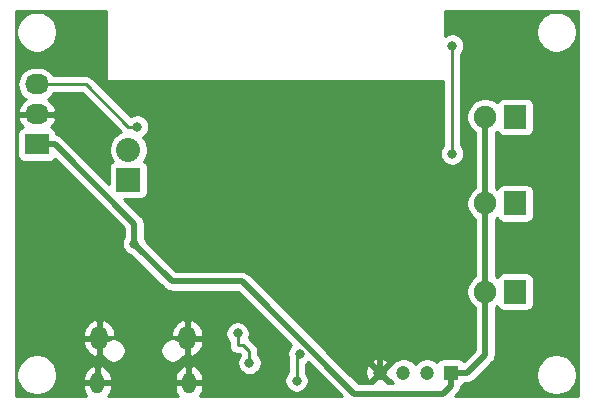
<source format=gbl>
G04 #@! TF.GenerationSoftware,KiCad,Pcbnew,(5.1.5)-3*
G04 #@! TF.CreationDate,2020-01-07T01:01:47+09:00*
G04 #@! TF.ProjectId,irController,6972436f-6e74-4726-9f6c-6c65722e6b69,rev?*
G04 #@! TF.SameCoordinates,Original*
G04 #@! TF.FileFunction,Copper,L2,Bot*
G04 #@! TF.FilePolarity,Positive*
%FSLAX46Y46*%
G04 Gerber Fmt 4.6, Leading zero omitted, Abs format (unit mm)*
G04 Created by KiCad (PCBNEW (5.1.5)-3) date 2020-01-07 01:01:47*
%MOMM*%
%LPD*%
G04 APERTURE LIST*
%ADD10C,1.900000*%
%ADD11R,1.900000X2.000000*%
%ADD12R,2.032000X2.032000*%
%ADD13O,2.032000X2.032000*%
%ADD14R,2.032000X1.727200*%
%ADD15O,2.032000X1.727200*%
%ADD16R,1.200000X1.200000*%
%ADD17C,1.200000*%
%ADD18O,1.450000X2.000000*%
%ADD19O,1.150000X1.800000*%
%ADD20C,0.800000*%
%ADD21C,0.500000*%
%ADD22C,0.250000*%
%ADD23C,0.254000*%
G04 APERTURE END LIST*
D10*
X172460000Y-93472000D03*
D11*
X175000000Y-93472000D03*
D10*
X172460000Y-78681580D03*
D11*
X175000000Y-78681580D03*
D10*
X172460000Y-86000000D03*
D11*
X175000000Y-86000000D03*
D12*
X142250000Y-84000000D03*
D13*
X142250000Y-81460000D03*
D14*
X134500000Y-81000000D03*
D15*
X134500000Y-78460000D03*
X134500000Y-75920000D03*
D16*
X169545000Y-100330000D03*
D17*
X167545000Y-100330000D03*
X165545000Y-100330000D03*
X163545000Y-100330000D03*
D18*
X139775000Y-97400000D03*
X147225000Y-97400000D03*
D19*
X139625000Y-101200000D03*
X147375000Y-101200000D03*
D20*
X159000000Y-90750000D03*
X159000000Y-96500000D03*
X137000000Y-91500000D03*
X133500000Y-97500000D03*
X169418000Y-89916000D03*
X177800000Y-89916000D03*
X177800000Y-75438000D03*
X175260000Y-70358000D03*
X154050000Y-101050000D03*
X152400000Y-83058000D03*
X150622000Y-84836000D03*
X166624000Y-90424000D03*
X152450000Y-91730000D03*
X166700000Y-98200000D03*
X142748000Y-89408000D03*
X169672000Y-81788000D03*
X169672000Y-72644000D03*
X151500000Y-97000000D03*
X152500000Y-99500000D03*
X156500000Y-101000000D03*
X156750000Y-98750000D03*
X143000000Y-79500000D03*
D21*
X159000000Y-90750000D02*
X159000000Y-96500000D01*
X137000000Y-91500000D02*
X137000000Y-94000000D01*
X137000000Y-94000000D02*
X133500000Y-97500000D01*
X163545000Y-100330000D02*
X163545000Y-95789000D01*
X163545000Y-95789000D02*
X169418000Y-89916000D01*
X177800000Y-89916000D02*
X177800000Y-75438000D01*
X177800000Y-75438000D02*
X175260000Y-72898000D01*
X175260000Y-72898000D02*
X175260000Y-70358000D01*
X147375000Y-101200000D02*
X153900000Y-101200000D01*
X153900000Y-101200000D02*
X154050000Y-101050000D01*
X152400000Y-83058000D02*
X150622000Y-84836000D01*
X169418000Y-89916000D02*
X167132000Y-89916000D01*
X167132000Y-89916000D02*
X166624000Y-90424000D01*
X150622000Y-84836000D02*
X150622000Y-89902000D01*
X150622000Y-89902000D02*
X152450000Y-91730000D01*
X172460000Y-78681580D02*
X172460000Y-86000000D01*
X172460000Y-86000000D02*
X172460000Y-93472000D01*
X172460000Y-93472000D02*
X172460000Y-98812000D01*
X170942000Y-100330000D02*
X169545000Y-100330000D01*
X172460000Y-98812000D02*
X170942000Y-100330000D01*
X142748000Y-87732000D02*
X142748000Y-89408000D01*
X134500000Y-81000000D02*
X136016000Y-81000000D01*
X136016000Y-81000000D02*
X142748000Y-87732000D01*
X169545000Y-101430000D02*
X169545000Y-100330000D01*
X168867000Y-102108000D02*
X169545000Y-101430000D01*
X145920001Y-92580001D02*
X151880001Y-92580001D01*
X142748000Y-89408000D02*
X145920001Y-92580001D01*
X151880001Y-92580001D02*
X161400000Y-102100000D01*
X161366002Y-102108000D02*
X161400000Y-102100000D01*
X161400000Y-102100000D02*
X168867000Y-102108000D01*
D22*
X169672000Y-81788000D02*
X169672000Y-72644000D01*
X151500000Y-98000000D02*
X151500000Y-97000000D01*
X152500000Y-98500000D02*
X152500000Y-99500000D01*
X152000000Y-98000000D02*
X152500000Y-98500000D01*
X151500000Y-98000000D02*
X152000000Y-98000000D01*
X156500000Y-99000000D02*
X156500000Y-101000000D01*
X156750000Y-98750000D02*
X156500000Y-99000000D01*
X134500000Y-75920000D02*
X138670000Y-75920000D01*
X142250000Y-79500000D02*
X143000000Y-79500000D01*
X138670000Y-75920000D02*
X142250000Y-79500000D01*
D23*
G36*
X140373000Y-75500000D02*
G01*
X140375440Y-75524776D01*
X140382667Y-75548601D01*
X140394403Y-75570557D01*
X140410197Y-75589803D01*
X140429443Y-75605597D01*
X140451399Y-75617333D01*
X140475224Y-75624560D01*
X140500000Y-75627000D01*
X168910000Y-75627000D01*
X168912001Y-75626803D01*
X168912000Y-81084289D01*
X168868063Y-81128226D01*
X168754795Y-81297744D01*
X168676774Y-81486102D01*
X168637000Y-81686061D01*
X168637000Y-81889939D01*
X168676774Y-82089898D01*
X168754795Y-82278256D01*
X168868063Y-82447774D01*
X169012226Y-82591937D01*
X169181744Y-82705205D01*
X169370102Y-82783226D01*
X169570061Y-82823000D01*
X169773939Y-82823000D01*
X169973898Y-82783226D01*
X170162256Y-82705205D01*
X170331774Y-82591937D01*
X170475937Y-82447774D01*
X170589205Y-82278256D01*
X170667226Y-82089898D01*
X170707000Y-81889939D01*
X170707000Y-81686061D01*
X170667226Y-81486102D01*
X170589205Y-81297744D01*
X170475937Y-81128226D01*
X170432000Y-81084289D01*
X170432000Y-73347711D01*
X170475937Y-73303774D01*
X170589205Y-73134256D01*
X170667226Y-72945898D01*
X170707000Y-72745939D01*
X170707000Y-72542061D01*
X170667226Y-72342102D01*
X170589205Y-72153744D01*
X170475937Y-71984226D01*
X170331774Y-71840063D01*
X170162256Y-71726795D01*
X169973898Y-71648774D01*
X169773939Y-71609000D01*
X169570061Y-71609000D01*
X169370102Y-71648774D01*
X169181744Y-71726795D01*
X169037000Y-71823510D01*
X169037000Y-71329117D01*
X176765000Y-71329117D01*
X176765000Y-71670883D01*
X176831675Y-72006081D01*
X176962463Y-72321831D01*
X177152337Y-72605998D01*
X177394002Y-72847663D01*
X177678169Y-73037537D01*
X177993919Y-73168325D01*
X178329117Y-73235000D01*
X178670883Y-73235000D01*
X179006081Y-73168325D01*
X179321831Y-73037537D01*
X179605998Y-72847663D01*
X179847663Y-72605998D01*
X180037537Y-72321831D01*
X180168325Y-72006081D01*
X180235000Y-71670883D01*
X180235000Y-71329117D01*
X180168325Y-70993919D01*
X180037537Y-70678169D01*
X179847663Y-70394002D01*
X179605998Y-70152337D01*
X179321831Y-69962463D01*
X179006081Y-69831675D01*
X178670883Y-69765000D01*
X178329117Y-69765000D01*
X177993919Y-69831675D01*
X177678169Y-69962463D01*
X177394002Y-70152337D01*
X177152337Y-70394002D01*
X176962463Y-70678169D01*
X176831675Y-70993919D01*
X176765000Y-71329117D01*
X169037000Y-71329117D01*
X169037000Y-69710000D01*
X180290000Y-69710000D01*
X180290001Y-102290000D01*
X169936579Y-102290000D01*
X170140050Y-102086529D01*
X170173817Y-102058817D01*
X170226006Y-101995226D01*
X170284411Y-101924059D01*
X170325245Y-101847663D01*
X170366589Y-101770313D01*
X170417195Y-101603490D01*
X170427483Y-101499028D01*
X170499494Y-101460537D01*
X170596185Y-101381185D01*
X170675537Y-101284494D01*
X170712683Y-101215000D01*
X170898531Y-101215000D01*
X170942000Y-101219281D01*
X170985469Y-101215000D01*
X170985477Y-101215000D01*
X171115490Y-101202195D01*
X171282313Y-101151589D01*
X171436059Y-101069411D01*
X171570817Y-100958817D01*
X171598534Y-100925044D01*
X172194461Y-100329117D01*
X176765000Y-100329117D01*
X176765000Y-100670883D01*
X176831675Y-101006081D01*
X176962463Y-101321831D01*
X177152337Y-101605998D01*
X177394002Y-101847663D01*
X177678169Y-102037537D01*
X177993919Y-102168325D01*
X178329117Y-102235000D01*
X178670883Y-102235000D01*
X179006081Y-102168325D01*
X179321831Y-102037537D01*
X179605998Y-101847663D01*
X179847663Y-101605998D01*
X180037537Y-101321831D01*
X180168325Y-101006081D01*
X180235000Y-100670883D01*
X180235000Y-100329117D01*
X180168325Y-99993919D01*
X180037537Y-99678169D01*
X179847663Y-99394002D01*
X179605998Y-99152337D01*
X179321831Y-98962463D01*
X179006081Y-98831675D01*
X178670883Y-98765000D01*
X178329117Y-98765000D01*
X177993919Y-98831675D01*
X177678169Y-98962463D01*
X177394002Y-99152337D01*
X177152337Y-99394002D01*
X176962463Y-99678169D01*
X176831675Y-99993919D01*
X176765000Y-100329117D01*
X172194461Y-100329117D01*
X173055049Y-99468530D01*
X173088817Y-99440817D01*
X173123907Y-99398061D01*
X173199410Y-99306060D01*
X173213973Y-99278815D01*
X173281589Y-99152313D01*
X173332195Y-98985490D01*
X173345000Y-98855477D01*
X173345000Y-98855467D01*
X173349281Y-98812001D01*
X173345000Y-98768535D01*
X173345000Y-94786925D01*
X173458877Y-94710836D01*
X173460498Y-94716180D01*
X173519463Y-94826494D01*
X173598815Y-94923185D01*
X173695506Y-95002537D01*
X173805820Y-95061502D01*
X173925518Y-95097812D01*
X174050000Y-95110072D01*
X175950000Y-95110072D01*
X176074482Y-95097812D01*
X176194180Y-95061502D01*
X176304494Y-95002537D01*
X176401185Y-94923185D01*
X176480537Y-94826494D01*
X176539502Y-94716180D01*
X176575812Y-94596482D01*
X176588072Y-94472000D01*
X176588072Y-92472000D01*
X176575812Y-92347518D01*
X176539502Y-92227820D01*
X176480537Y-92117506D01*
X176401185Y-92020815D01*
X176304494Y-91941463D01*
X176194180Y-91882498D01*
X176074482Y-91846188D01*
X175950000Y-91833928D01*
X174050000Y-91833928D01*
X173925518Y-91846188D01*
X173805820Y-91882498D01*
X173695506Y-91941463D01*
X173598815Y-92020815D01*
X173519463Y-92117506D01*
X173460498Y-92227820D01*
X173458877Y-92233164D01*
X173345000Y-92157075D01*
X173345000Y-87314925D01*
X173458877Y-87238836D01*
X173460498Y-87244180D01*
X173519463Y-87354494D01*
X173598815Y-87451185D01*
X173695506Y-87530537D01*
X173805820Y-87589502D01*
X173925518Y-87625812D01*
X174050000Y-87638072D01*
X175950000Y-87638072D01*
X176074482Y-87625812D01*
X176194180Y-87589502D01*
X176304494Y-87530537D01*
X176401185Y-87451185D01*
X176480537Y-87354494D01*
X176539502Y-87244180D01*
X176575812Y-87124482D01*
X176588072Y-87000000D01*
X176588072Y-85000000D01*
X176575812Y-84875518D01*
X176539502Y-84755820D01*
X176480537Y-84645506D01*
X176401185Y-84548815D01*
X176304494Y-84469463D01*
X176194180Y-84410498D01*
X176074482Y-84374188D01*
X175950000Y-84361928D01*
X174050000Y-84361928D01*
X173925518Y-84374188D01*
X173805820Y-84410498D01*
X173695506Y-84469463D01*
X173598815Y-84548815D01*
X173519463Y-84645506D01*
X173460498Y-84755820D01*
X173458877Y-84761164D01*
X173345000Y-84685075D01*
X173345000Y-79996505D01*
X173458877Y-79920416D01*
X173460498Y-79925760D01*
X173519463Y-80036074D01*
X173598815Y-80132765D01*
X173695506Y-80212117D01*
X173805820Y-80271082D01*
X173925518Y-80307392D01*
X174050000Y-80319652D01*
X175950000Y-80319652D01*
X176074482Y-80307392D01*
X176194180Y-80271082D01*
X176304494Y-80212117D01*
X176401185Y-80132765D01*
X176480537Y-80036074D01*
X176539502Y-79925760D01*
X176575812Y-79806062D01*
X176588072Y-79681580D01*
X176588072Y-77681580D01*
X176575812Y-77557098D01*
X176539502Y-77437400D01*
X176480537Y-77327086D01*
X176401185Y-77230395D01*
X176304494Y-77151043D01*
X176194180Y-77092078D01*
X176074482Y-77055768D01*
X175950000Y-77043508D01*
X174050000Y-77043508D01*
X173925518Y-77055768D01*
X173805820Y-77092078D01*
X173695506Y-77151043D01*
X173598815Y-77230395D01*
X173519463Y-77327086D01*
X173460498Y-77437400D01*
X173458877Y-77442744D01*
X173210779Y-77276971D01*
X172922327Y-77157491D01*
X172616109Y-77096580D01*
X172303891Y-77096580D01*
X171997673Y-77157491D01*
X171709221Y-77276971D01*
X171449621Y-77450430D01*
X171228850Y-77671201D01*
X171055391Y-77930801D01*
X170935911Y-78219253D01*
X170875000Y-78525471D01*
X170875000Y-78837689D01*
X170935911Y-79143907D01*
X171055391Y-79432359D01*
X171228850Y-79691959D01*
X171449621Y-79912730D01*
X171575000Y-79996506D01*
X171575001Y-84685074D01*
X171449621Y-84768850D01*
X171228850Y-84989621D01*
X171055391Y-85249221D01*
X170935911Y-85537673D01*
X170875000Y-85843891D01*
X170875000Y-86156109D01*
X170935911Y-86462327D01*
X171055391Y-86750779D01*
X171228850Y-87010379D01*
X171449621Y-87231150D01*
X171575000Y-87314926D01*
X171575001Y-92157074D01*
X171449621Y-92240850D01*
X171228850Y-92461621D01*
X171055391Y-92721221D01*
X170935911Y-93009673D01*
X170875000Y-93315891D01*
X170875000Y-93628109D01*
X170935911Y-93934327D01*
X171055391Y-94222779D01*
X171228850Y-94482379D01*
X171449621Y-94703150D01*
X171575000Y-94786926D01*
X171575001Y-98445420D01*
X170661734Y-99358687D01*
X170596185Y-99278815D01*
X170499494Y-99199463D01*
X170389180Y-99140498D01*
X170269482Y-99104188D01*
X170145000Y-99091928D01*
X168945000Y-99091928D01*
X168820518Y-99104188D01*
X168700820Y-99140498D01*
X168590506Y-99199463D01*
X168493815Y-99278815D01*
X168414463Y-99375506D01*
X168387501Y-99425947D01*
X168332267Y-99370713D01*
X168129992Y-99235557D01*
X167905236Y-99142460D01*
X167666637Y-99095000D01*
X167423363Y-99095000D01*
X167184764Y-99142460D01*
X166960008Y-99235557D01*
X166757733Y-99370713D01*
X166585713Y-99542733D01*
X166545000Y-99603664D01*
X166504287Y-99542733D01*
X166332267Y-99370713D01*
X166129992Y-99235557D01*
X165905236Y-99142460D01*
X165666637Y-99095000D01*
X165423363Y-99095000D01*
X165184764Y-99142460D01*
X164960008Y-99235557D01*
X164757733Y-99370713D01*
X164585713Y-99542733D01*
X164493504Y-99680733D01*
X164394764Y-99659841D01*
X163724605Y-100330000D01*
X164394764Y-101000159D01*
X164493504Y-100979267D01*
X164585713Y-101117267D01*
X164686968Y-101218522D01*
X164207067Y-101218007D01*
X164215159Y-101179764D01*
X163545000Y-100509605D01*
X162874841Y-101179764D01*
X162882632Y-101216588D01*
X161766972Y-101215393D01*
X160960017Y-100408438D01*
X162306505Y-100408438D01*
X162345605Y-100648549D01*
X162430798Y-100876418D01*
X162471652Y-100952852D01*
X162695236Y-101000159D01*
X163365395Y-100330000D01*
X162695236Y-99659841D01*
X162471652Y-99707148D01*
X162370763Y-99928516D01*
X162315000Y-100165313D01*
X162306505Y-100408438D01*
X160960017Y-100408438D01*
X160031815Y-99480236D01*
X162874841Y-99480236D01*
X163545000Y-100150395D01*
X164215159Y-99480236D01*
X164167852Y-99256652D01*
X163946484Y-99155763D01*
X163709687Y-99100000D01*
X163466562Y-99091505D01*
X163226451Y-99130605D01*
X162998582Y-99215798D01*
X162922148Y-99256652D01*
X162874841Y-99480236D01*
X160031815Y-99480236D01*
X152536535Y-91984957D01*
X152508818Y-91951184D01*
X152374060Y-91840590D01*
X152220314Y-91758412D01*
X152053491Y-91707806D01*
X151923478Y-91695001D01*
X151923470Y-91695001D01*
X151880001Y-91690720D01*
X151836532Y-91695001D01*
X146286580Y-91695001D01*
X143754535Y-89162957D01*
X143743226Y-89106102D01*
X143665205Y-88917744D01*
X143633000Y-88869546D01*
X143633000Y-87775469D01*
X143637281Y-87732000D01*
X143633000Y-87688531D01*
X143633000Y-87688523D01*
X143620195Y-87558510D01*
X143569589Y-87391687D01*
X143487411Y-87237941D01*
X143376817Y-87103183D01*
X143343051Y-87075472D01*
X141921651Y-85654072D01*
X143266000Y-85654072D01*
X143390482Y-85641812D01*
X143510180Y-85605502D01*
X143620494Y-85546537D01*
X143717185Y-85467185D01*
X143796537Y-85370494D01*
X143855502Y-85260180D01*
X143891812Y-85140482D01*
X143904072Y-85016000D01*
X143904072Y-82984000D01*
X143891812Y-82859518D01*
X143855502Y-82739820D01*
X143796537Y-82629506D01*
X143717185Y-82532815D01*
X143620494Y-82453463D01*
X143584636Y-82434296D01*
X143713097Y-82242042D01*
X143837553Y-81941579D01*
X143901000Y-81622609D01*
X143901000Y-81297391D01*
X143837553Y-80978421D01*
X143713097Y-80677958D01*
X143532415Y-80407549D01*
X143521317Y-80396451D01*
X143659774Y-80303937D01*
X143803937Y-80159774D01*
X143917205Y-79990256D01*
X143995226Y-79801898D01*
X144035000Y-79601939D01*
X144035000Y-79398061D01*
X143995226Y-79198102D01*
X143917205Y-79009744D01*
X143803937Y-78840226D01*
X143659774Y-78696063D01*
X143490256Y-78582795D01*
X143301898Y-78504774D01*
X143101939Y-78465000D01*
X142898061Y-78465000D01*
X142698102Y-78504774D01*
X142509744Y-78582795D01*
X142448511Y-78623709D01*
X139233804Y-75409003D01*
X139210001Y-75379999D01*
X139094276Y-75285026D01*
X138962247Y-75214454D01*
X138818986Y-75170997D01*
X138707333Y-75160000D01*
X138707322Y-75160000D01*
X138670000Y-75156324D01*
X138632678Y-75160000D01*
X135945416Y-75160000D01*
X135904469Y-75083394D01*
X135717197Y-74855203D01*
X135489006Y-74667931D01*
X135228664Y-74528775D01*
X134946177Y-74443084D01*
X134726019Y-74421400D01*
X134273981Y-74421400D01*
X134053823Y-74443084D01*
X133771336Y-74528775D01*
X133510994Y-74667931D01*
X133282803Y-74855203D01*
X133095531Y-75083394D01*
X132956375Y-75343736D01*
X132870684Y-75626223D01*
X132841749Y-75920000D01*
X132870684Y-76213777D01*
X132956375Y-76496264D01*
X133095531Y-76756606D01*
X133282803Y-76984797D01*
X133510994Y-77172069D01*
X133550947Y-77193424D01*
X133348271Y-77341514D01*
X133149267Y-77557965D01*
X132996314Y-77809081D01*
X132895291Y-78085211D01*
X132892642Y-78100974D01*
X133013783Y-78333000D01*
X134373000Y-78333000D01*
X134373000Y-78313000D01*
X134627000Y-78313000D01*
X134627000Y-78333000D01*
X135986217Y-78333000D01*
X136107358Y-78100974D01*
X136104709Y-78085211D01*
X136003686Y-77809081D01*
X135850733Y-77557965D01*
X135651729Y-77341514D01*
X135449053Y-77193424D01*
X135489006Y-77172069D01*
X135717197Y-76984797D01*
X135904469Y-76756606D01*
X135945416Y-76680000D01*
X138355199Y-76680000D01*
X141612309Y-79937111D01*
X141467958Y-79996903D01*
X141197549Y-80177585D01*
X140967585Y-80407549D01*
X140786903Y-80677958D01*
X140662447Y-80978421D01*
X140599000Y-81297391D01*
X140599000Y-81622609D01*
X140662447Y-81941579D01*
X140786903Y-82242042D01*
X140915364Y-82434296D01*
X140879506Y-82453463D01*
X140782815Y-82532815D01*
X140703463Y-82629506D01*
X140644498Y-82739820D01*
X140608188Y-82859518D01*
X140595928Y-82984000D01*
X140595928Y-84328349D01*
X136672534Y-80404956D01*
X136644817Y-80371183D01*
X136510059Y-80260589D01*
X136356313Y-80178411D01*
X136189490Y-80127805D01*
X136152870Y-80124198D01*
X136141812Y-80011918D01*
X136105502Y-79892220D01*
X136046537Y-79781906D01*
X135967185Y-79685215D01*
X135870494Y-79605863D01*
X135760180Y-79546898D01*
X135698088Y-79528063D01*
X135850733Y-79362035D01*
X136003686Y-79110919D01*
X136104709Y-78834789D01*
X136107358Y-78819026D01*
X135986217Y-78587000D01*
X134627000Y-78587000D01*
X134627000Y-78607000D01*
X134373000Y-78607000D01*
X134373000Y-78587000D01*
X133013783Y-78587000D01*
X132892642Y-78819026D01*
X132895291Y-78834789D01*
X132996314Y-79110919D01*
X133149267Y-79362035D01*
X133301912Y-79528063D01*
X133239820Y-79546898D01*
X133129506Y-79605863D01*
X133032815Y-79685215D01*
X132953463Y-79781906D01*
X132894498Y-79892220D01*
X132858188Y-80011918D01*
X132845928Y-80136400D01*
X132845928Y-81863600D01*
X132858188Y-81988082D01*
X132894498Y-82107780D01*
X132953463Y-82218094D01*
X133032815Y-82314785D01*
X133129506Y-82394137D01*
X133239820Y-82453102D01*
X133359518Y-82489412D01*
X133484000Y-82501672D01*
X135516000Y-82501672D01*
X135640482Y-82489412D01*
X135760180Y-82453102D01*
X135870494Y-82394137D01*
X135967185Y-82314785D01*
X136017679Y-82253257D01*
X141863000Y-88098579D01*
X141863001Y-88869545D01*
X141830795Y-88917744D01*
X141752774Y-89106102D01*
X141713000Y-89306061D01*
X141713000Y-89509939D01*
X141752774Y-89709898D01*
X141830795Y-89898256D01*
X141944063Y-90067774D01*
X142088226Y-90211937D01*
X142257744Y-90325205D01*
X142446102Y-90403226D01*
X142502957Y-90414535D01*
X145263471Y-93175050D01*
X145291184Y-93208818D01*
X145324952Y-93236531D01*
X145324954Y-93236533D01*
X145400473Y-93298510D01*
X145425942Y-93319412D01*
X145579688Y-93401590D01*
X145746511Y-93452196D01*
X145876524Y-93465001D01*
X145876532Y-93465001D01*
X145920001Y-93469282D01*
X145963470Y-93465001D01*
X151513423Y-93465001D01*
X156042355Y-97993934D01*
X155946063Y-98090226D01*
X155832795Y-98259744D01*
X155754774Y-98448102D01*
X155715000Y-98648061D01*
X155715000Y-98851939D01*
X155739015Y-98972674D01*
X155736324Y-99000000D01*
X155740000Y-99037323D01*
X155740001Y-100296288D01*
X155696063Y-100340226D01*
X155582795Y-100509744D01*
X155504774Y-100698102D01*
X155465000Y-100898061D01*
X155465000Y-101101939D01*
X155504774Y-101301898D01*
X155582795Y-101490256D01*
X155696063Y-101659774D01*
X155840226Y-101803937D01*
X156009744Y-101917205D01*
X156198102Y-101995226D01*
X156398061Y-102035000D01*
X156601939Y-102035000D01*
X156801898Y-101995226D01*
X156990256Y-101917205D01*
X157159774Y-101803937D01*
X157303937Y-101659774D01*
X157417205Y-101490256D01*
X157495226Y-101301898D01*
X157535000Y-101101939D01*
X157535000Y-100898061D01*
X157495226Y-100698102D01*
X157417205Y-100509744D01*
X157303937Y-100340226D01*
X157260000Y-100296289D01*
X157260000Y-99654013D01*
X157409774Y-99553937D01*
X157506066Y-99457645D01*
X160338421Y-102290000D01*
X148319218Y-102290000D01*
X148444294Y-102105380D01*
X148536974Y-101885619D01*
X148585000Y-101652000D01*
X148585000Y-101327000D01*
X147502000Y-101327000D01*
X147502000Y-101347000D01*
X147248000Y-101347000D01*
X147248000Y-101327000D01*
X146165000Y-101327000D01*
X146165000Y-101652000D01*
X146213026Y-101885619D01*
X146305706Y-102105380D01*
X146430782Y-102290000D01*
X140569218Y-102290000D01*
X140694294Y-102105380D01*
X140786974Y-101885619D01*
X140835000Y-101652000D01*
X140835000Y-101327000D01*
X139752000Y-101327000D01*
X139752000Y-101347000D01*
X139498000Y-101347000D01*
X139498000Y-101327000D01*
X138415000Y-101327000D01*
X138415000Y-101652000D01*
X138463026Y-101885619D01*
X138555706Y-102105380D01*
X138680782Y-102290000D01*
X132710000Y-102290000D01*
X132710000Y-100329117D01*
X132765000Y-100329117D01*
X132765000Y-100670883D01*
X132831675Y-101006081D01*
X132962463Y-101321831D01*
X133152337Y-101605998D01*
X133394002Y-101847663D01*
X133678169Y-102037537D01*
X133993919Y-102168325D01*
X134329117Y-102235000D01*
X134670883Y-102235000D01*
X135006081Y-102168325D01*
X135321831Y-102037537D01*
X135605998Y-101847663D01*
X135847663Y-101605998D01*
X136037537Y-101321831D01*
X136168325Y-101006081D01*
X136219660Y-100748000D01*
X138415000Y-100748000D01*
X138415000Y-101073000D01*
X139498000Y-101073000D01*
X139498000Y-99831450D01*
X139752000Y-99831450D01*
X139752000Y-101073000D01*
X140835000Y-101073000D01*
X140835000Y-100748000D01*
X146165000Y-100748000D01*
X146165000Y-101073000D01*
X147248000Y-101073000D01*
X147248000Y-99831450D01*
X147502000Y-99831450D01*
X147502000Y-101073000D01*
X148585000Y-101073000D01*
X148585000Y-100748000D01*
X148536974Y-100514381D01*
X148444294Y-100294620D01*
X148310521Y-100097163D01*
X148140797Y-99929598D01*
X147941644Y-99798364D01*
X147720715Y-99708504D01*
X147688677Y-99706365D01*
X147502000Y-99831450D01*
X147248000Y-99831450D01*
X147061323Y-99706365D01*
X147029285Y-99708504D01*
X146808356Y-99798364D01*
X146609203Y-99929598D01*
X146439479Y-100097163D01*
X146305706Y-100294620D01*
X146213026Y-100514381D01*
X146165000Y-100748000D01*
X140835000Y-100748000D01*
X140786974Y-100514381D01*
X140694294Y-100294620D01*
X140560521Y-100097163D01*
X140390797Y-99929598D01*
X140191644Y-99798364D01*
X139970715Y-99708504D01*
X139938677Y-99706365D01*
X139752000Y-99831450D01*
X139498000Y-99831450D01*
X139311323Y-99706365D01*
X139279285Y-99708504D01*
X139058356Y-99798364D01*
X138859203Y-99929598D01*
X138689479Y-100097163D01*
X138555706Y-100294620D01*
X138463026Y-100514381D01*
X138415000Y-100748000D01*
X136219660Y-100748000D01*
X136235000Y-100670883D01*
X136235000Y-100329117D01*
X136168325Y-99993919D01*
X136037537Y-99678169D01*
X135847663Y-99394002D01*
X135605998Y-99152337D01*
X135321831Y-98962463D01*
X135006081Y-98831675D01*
X134670883Y-98765000D01*
X134329117Y-98765000D01*
X133993919Y-98831675D01*
X133678169Y-98962463D01*
X133394002Y-99152337D01*
X133152337Y-99394002D01*
X132962463Y-99678169D01*
X132831675Y-99993919D01*
X132765000Y-100329117D01*
X132710000Y-100329117D01*
X132710000Y-97527000D01*
X138415000Y-97527000D01*
X138415000Y-97802000D01*
X138465908Y-98064883D01*
X138567124Y-98312783D01*
X138714758Y-98536173D01*
X138903137Y-98726469D01*
X139125021Y-98876357D01*
X139371883Y-98980078D01*
X139437742Y-98992519D01*
X139648000Y-98869518D01*
X139648000Y-97527000D01*
X139902000Y-97527000D01*
X139902000Y-98869518D01*
X140112258Y-98992519D01*
X140117104Y-98991604D01*
X140196063Y-99109774D01*
X140340226Y-99253937D01*
X140509744Y-99367205D01*
X140698102Y-99445226D01*
X140898061Y-99485000D01*
X141101939Y-99485000D01*
X141301898Y-99445226D01*
X141490256Y-99367205D01*
X141659774Y-99253937D01*
X141803937Y-99109774D01*
X141917205Y-98940256D01*
X141995226Y-98751898D01*
X142035000Y-98551939D01*
X142035000Y-98348061D01*
X144965000Y-98348061D01*
X144965000Y-98551939D01*
X145004774Y-98751898D01*
X145082795Y-98940256D01*
X145196063Y-99109774D01*
X145340226Y-99253937D01*
X145509744Y-99367205D01*
X145698102Y-99445226D01*
X145898061Y-99485000D01*
X146101939Y-99485000D01*
X146301898Y-99445226D01*
X146490256Y-99367205D01*
X146659774Y-99253937D01*
X146803937Y-99109774D01*
X146882896Y-98991604D01*
X146887742Y-98992519D01*
X147098000Y-98869518D01*
X147098000Y-97527000D01*
X147352000Y-97527000D01*
X147352000Y-98869518D01*
X147562258Y-98992519D01*
X147628117Y-98980078D01*
X147874979Y-98876357D01*
X148096863Y-98726469D01*
X148285242Y-98536173D01*
X148432876Y-98312783D01*
X148534092Y-98064883D01*
X148585000Y-97802000D01*
X148585000Y-97527000D01*
X147352000Y-97527000D01*
X147098000Y-97527000D01*
X146476266Y-97527000D01*
X146301898Y-97454774D01*
X146101939Y-97415000D01*
X145898061Y-97415000D01*
X145698102Y-97454774D01*
X145509744Y-97532795D01*
X145340226Y-97646063D01*
X145196063Y-97790226D01*
X145082795Y-97959744D01*
X145004774Y-98148102D01*
X144965000Y-98348061D01*
X142035000Y-98348061D01*
X141995226Y-98148102D01*
X141917205Y-97959744D01*
X141803937Y-97790226D01*
X141659774Y-97646063D01*
X141490256Y-97532795D01*
X141301898Y-97454774D01*
X141101939Y-97415000D01*
X140898061Y-97415000D01*
X140698102Y-97454774D01*
X140523734Y-97527000D01*
X139902000Y-97527000D01*
X139648000Y-97527000D01*
X138415000Y-97527000D01*
X132710000Y-97527000D01*
X132710000Y-96998000D01*
X138415000Y-96998000D01*
X138415000Y-97273000D01*
X139648000Y-97273000D01*
X139648000Y-95930482D01*
X139902000Y-95930482D01*
X139902000Y-97273000D01*
X141135000Y-97273000D01*
X141135000Y-96998000D01*
X145865000Y-96998000D01*
X145865000Y-97273000D01*
X147098000Y-97273000D01*
X147098000Y-95930482D01*
X147352000Y-95930482D01*
X147352000Y-97273000D01*
X148585000Y-97273000D01*
X148585000Y-96998000D01*
X148565647Y-96898061D01*
X150465000Y-96898061D01*
X150465000Y-97101939D01*
X150504774Y-97301898D01*
X150582795Y-97490256D01*
X150696063Y-97659774D01*
X150740000Y-97703711D01*
X150740000Y-97962666D01*
X150736323Y-98000000D01*
X150750997Y-98148986D01*
X150794454Y-98292247D01*
X150865026Y-98424276D01*
X150918142Y-98488998D01*
X150959999Y-98540001D01*
X151075724Y-98634974D01*
X151207753Y-98705546D01*
X151351014Y-98749003D01*
X151500000Y-98763677D01*
X151537333Y-98760000D01*
X151685199Y-98760000D01*
X151730744Y-98805545D01*
X151696063Y-98840226D01*
X151582795Y-99009744D01*
X151504774Y-99198102D01*
X151465000Y-99398061D01*
X151465000Y-99601939D01*
X151504774Y-99801898D01*
X151582795Y-99990256D01*
X151696063Y-100159774D01*
X151840226Y-100303937D01*
X152009744Y-100417205D01*
X152198102Y-100495226D01*
X152398061Y-100535000D01*
X152601939Y-100535000D01*
X152801898Y-100495226D01*
X152990256Y-100417205D01*
X153159774Y-100303937D01*
X153303937Y-100159774D01*
X153417205Y-99990256D01*
X153495226Y-99801898D01*
X153535000Y-99601939D01*
X153535000Y-99398061D01*
X153495226Y-99198102D01*
X153417205Y-99009744D01*
X153303937Y-98840226D01*
X153260000Y-98796289D01*
X153260000Y-98537325D01*
X153263676Y-98500000D01*
X153260000Y-98462675D01*
X153260000Y-98462667D01*
X153249003Y-98351014D01*
X153205546Y-98207753D01*
X153134974Y-98075724D01*
X153040001Y-97959999D01*
X153010998Y-97936197D01*
X152563804Y-97489003D01*
X152540001Y-97459999D01*
X152457711Y-97392466D01*
X152495226Y-97301898D01*
X152535000Y-97101939D01*
X152535000Y-96898061D01*
X152495226Y-96698102D01*
X152417205Y-96509744D01*
X152303937Y-96340226D01*
X152159774Y-96196063D01*
X151990256Y-96082795D01*
X151801898Y-96004774D01*
X151601939Y-95965000D01*
X151398061Y-95965000D01*
X151198102Y-96004774D01*
X151009744Y-96082795D01*
X150840226Y-96196063D01*
X150696063Y-96340226D01*
X150582795Y-96509744D01*
X150504774Y-96698102D01*
X150465000Y-96898061D01*
X148565647Y-96898061D01*
X148534092Y-96735117D01*
X148432876Y-96487217D01*
X148285242Y-96263827D01*
X148096863Y-96073531D01*
X147874979Y-95923643D01*
X147628117Y-95819922D01*
X147562258Y-95807481D01*
X147352000Y-95930482D01*
X147098000Y-95930482D01*
X146887742Y-95807481D01*
X146821883Y-95819922D01*
X146575021Y-95923643D01*
X146353137Y-96073531D01*
X146164758Y-96263827D01*
X146017124Y-96487217D01*
X145915908Y-96735117D01*
X145865000Y-96998000D01*
X141135000Y-96998000D01*
X141084092Y-96735117D01*
X140982876Y-96487217D01*
X140835242Y-96263827D01*
X140646863Y-96073531D01*
X140424979Y-95923643D01*
X140178117Y-95819922D01*
X140112258Y-95807481D01*
X139902000Y-95930482D01*
X139648000Y-95930482D01*
X139437742Y-95807481D01*
X139371883Y-95819922D01*
X139125021Y-95923643D01*
X138903137Y-96073531D01*
X138714758Y-96263827D01*
X138567124Y-96487217D01*
X138465908Y-96735117D01*
X138415000Y-96998000D01*
X132710000Y-96998000D01*
X132710000Y-71329117D01*
X132765000Y-71329117D01*
X132765000Y-71670883D01*
X132831675Y-72006081D01*
X132962463Y-72321831D01*
X133152337Y-72605998D01*
X133394002Y-72847663D01*
X133678169Y-73037537D01*
X133993919Y-73168325D01*
X134329117Y-73235000D01*
X134670883Y-73235000D01*
X135006081Y-73168325D01*
X135321831Y-73037537D01*
X135605998Y-72847663D01*
X135847663Y-72605998D01*
X136037537Y-72321831D01*
X136168325Y-72006081D01*
X136235000Y-71670883D01*
X136235000Y-71329117D01*
X136168325Y-70993919D01*
X136037537Y-70678169D01*
X135847663Y-70394002D01*
X135605998Y-70152337D01*
X135321831Y-69962463D01*
X135006081Y-69831675D01*
X134670883Y-69765000D01*
X134329117Y-69765000D01*
X133993919Y-69831675D01*
X133678169Y-69962463D01*
X133394002Y-70152337D01*
X133152337Y-70394002D01*
X132962463Y-70678169D01*
X132831675Y-70993919D01*
X132765000Y-71329117D01*
X132710000Y-71329117D01*
X132710000Y-69710000D01*
X140373000Y-69710000D01*
X140373000Y-75500000D01*
G37*
X140373000Y-75500000D02*
X140375440Y-75524776D01*
X140382667Y-75548601D01*
X140394403Y-75570557D01*
X140410197Y-75589803D01*
X140429443Y-75605597D01*
X140451399Y-75617333D01*
X140475224Y-75624560D01*
X140500000Y-75627000D01*
X168910000Y-75627000D01*
X168912001Y-75626803D01*
X168912000Y-81084289D01*
X168868063Y-81128226D01*
X168754795Y-81297744D01*
X168676774Y-81486102D01*
X168637000Y-81686061D01*
X168637000Y-81889939D01*
X168676774Y-82089898D01*
X168754795Y-82278256D01*
X168868063Y-82447774D01*
X169012226Y-82591937D01*
X169181744Y-82705205D01*
X169370102Y-82783226D01*
X169570061Y-82823000D01*
X169773939Y-82823000D01*
X169973898Y-82783226D01*
X170162256Y-82705205D01*
X170331774Y-82591937D01*
X170475937Y-82447774D01*
X170589205Y-82278256D01*
X170667226Y-82089898D01*
X170707000Y-81889939D01*
X170707000Y-81686061D01*
X170667226Y-81486102D01*
X170589205Y-81297744D01*
X170475937Y-81128226D01*
X170432000Y-81084289D01*
X170432000Y-73347711D01*
X170475937Y-73303774D01*
X170589205Y-73134256D01*
X170667226Y-72945898D01*
X170707000Y-72745939D01*
X170707000Y-72542061D01*
X170667226Y-72342102D01*
X170589205Y-72153744D01*
X170475937Y-71984226D01*
X170331774Y-71840063D01*
X170162256Y-71726795D01*
X169973898Y-71648774D01*
X169773939Y-71609000D01*
X169570061Y-71609000D01*
X169370102Y-71648774D01*
X169181744Y-71726795D01*
X169037000Y-71823510D01*
X169037000Y-71329117D01*
X176765000Y-71329117D01*
X176765000Y-71670883D01*
X176831675Y-72006081D01*
X176962463Y-72321831D01*
X177152337Y-72605998D01*
X177394002Y-72847663D01*
X177678169Y-73037537D01*
X177993919Y-73168325D01*
X178329117Y-73235000D01*
X178670883Y-73235000D01*
X179006081Y-73168325D01*
X179321831Y-73037537D01*
X179605998Y-72847663D01*
X179847663Y-72605998D01*
X180037537Y-72321831D01*
X180168325Y-72006081D01*
X180235000Y-71670883D01*
X180235000Y-71329117D01*
X180168325Y-70993919D01*
X180037537Y-70678169D01*
X179847663Y-70394002D01*
X179605998Y-70152337D01*
X179321831Y-69962463D01*
X179006081Y-69831675D01*
X178670883Y-69765000D01*
X178329117Y-69765000D01*
X177993919Y-69831675D01*
X177678169Y-69962463D01*
X177394002Y-70152337D01*
X177152337Y-70394002D01*
X176962463Y-70678169D01*
X176831675Y-70993919D01*
X176765000Y-71329117D01*
X169037000Y-71329117D01*
X169037000Y-69710000D01*
X180290000Y-69710000D01*
X180290001Y-102290000D01*
X169936579Y-102290000D01*
X170140050Y-102086529D01*
X170173817Y-102058817D01*
X170226006Y-101995226D01*
X170284411Y-101924059D01*
X170325245Y-101847663D01*
X170366589Y-101770313D01*
X170417195Y-101603490D01*
X170427483Y-101499028D01*
X170499494Y-101460537D01*
X170596185Y-101381185D01*
X170675537Y-101284494D01*
X170712683Y-101215000D01*
X170898531Y-101215000D01*
X170942000Y-101219281D01*
X170985469Y-101215000D01*
X170985477Y-101215000D01*
X171115490Y-101202195D01*
X171282313Y-101151589D01*
X171436059Y-101069411D01*
X171570817Y-100958817D01*
X171598534Y-100925044D01*
X172194461Y-100329117D01*
X176765000Y-100329117D01*
X176765000Y-100670883D01*
X176831675Y-101006081D01*
X176962463Y-101321831D01*
X177152337Y-101605998D01*
X177394002Y-101847663D01*
X177678169Y-102037537D01*
X177993919Y-102168325D01*
X178329117Y-102235000D01*
X178670883Y-102235000D01*
X179006081Y-102168325D01*
X179321831Y-102037537D01*
X179605998Y-101847663D01*
X179847663Y-101605998D01*
X180037537Y-101321831D01*
X180168325Y-101006081D01*
X180235000Y-100670883D01*
X180235000Y-100329117D01*
X180168325Y-99993919D01*
X180037537Y-99678169D01*
X179847663Y-99394002D01*
X179605998Y-99152337D01*
X179321831Y-98962463D01*
X179006081Y-98831675D01*
X178670883Y-98765000D01*
X178329117Y-98765000D01*
X177993919Y-98831675D01*
X177678169Y-98962463D01*
X177394002Y-99152337D01*
X177152337Y-99394002D01*
X176962463Y-99678169D01*
X176831675Y-99993919D01*
X176765000Y-100329117D01*
X172194461Y-100329117D01*
X173055049Y-99468530D01*
X173088817Y-99440817D01*
X173123907Y-99398061D01*
X173199410Y-99306060D01*
X173213973Y-99278815D01*
X173281589Y-99152313D01*
X173332195Y-98985490D01*
X173345000Y-98855477D01*
X173345000Y-98855467D01*
X173349281Y-98812001D01*
X173345000Y-98768535D01*
X173345000Y-94786925D01*
X173458877Y-94710836D01*
X173460498Y-94716180D01*
X173519463Y-94826494D01*
X173598815Y-94923185D01*
X173695506Y-95002537D01*
X173805820Y-95061502D01*
X173925518Y-95097812D01*
X174050000Y-95110072D01*
X175950000Y-95110072D01*
X176074482Y-95097812D01*
X176194180Y-95061502D01*
X176304494Y-95002537D01*
X176401185Y-94923185D01*
X176480537Y-94826494D01*
X176539502Y-94716180D01*
X176575812Y-94596482D01*
X176588072Y-94472000D01*
X176588072Y-92472000D01*
X176575812Y-92347518D01*
X176539502Y-92227820D01*
X176480537Y-92117506D01*
X176401185Y-92020815D01*
X176304494Y-91941463D01*
X176194180Y-91882498D01*
X176074482Y-91846188D01*
X175950000Y-91833928D01*
X174050000Y-91833928D01*
X173925518Y-91846188D01*
X173805820Y-91882498D01*
X173695506Y-91941463D01*
X173598815Y-92020815D01*
X173519463Y-92117506D01*
X173460498Y-92227820D01*
X173458877Y-92233164D01*
X173345000Y-92157075D01*
X173345000Y-87314925D01*
X173458877Y-87238836D01*
X173460498Y-87244180D01*
X173519463Y-87354494D01*
X173598815Y-87451185D01*
X173695506Y-87530537D01*
X173805820Y-87589502D01*
X173925518Y-87625812D01*
X174050000Y-87638072D01*
X175950000Y-87638072D01*
X176074482Y-87625812D01*
X176194180Y-87589502D01*
X176304494Y-87530537D01*
X176401185Y-87451185D01*
X176480537Y-87354494D01*
X176539502Y-87244180D01*
X176575812Y-87124482D01*
X176588072Y-87000000D01*
X176588072Y-85000000D01*
X176575812Y-84875518D01*
X176539502Y-84755820D01*
X176480537Y-84645506D01*
X176401185Y-84548815D01*
X176304494Y-84469463D01*
X176194180Y-84410498D01*
X176074482Y-84374188D01*
X175950000Y-84361928D01*
X174050000Y-84361928D01*
X173925518Y-84374188D01*
X173805820Y-84410498D01*
X173695506Y-84469463D01*
X173598815Y-84548815D01*
X173519463Y-84645506D01*
X173460498Y-84755820D01*
X173458877Y-84761164D01*
X173345000Y-84685075D01*
X173345000Y-79996505D01*
X173458877Y-79920416D01*
X173460498Y-79925760D01*
X173519463Y-80036074D01*
X173598815Y-80132765D01*
X173695506Y-80212117D01*
X173805820Y-80271082D01*
X173925518Y-80307392D01*
X174050000Y-80319652D01*
X175950000Y-80319652D01*
X176074482Y-80307392D01*
X176194180Y-80271082D01*
X176304494Y-80212117D01*
X176401185Y-80132765D01*
X176480537Y-80036074D01*
X176539502Y-79925760D01*
X176575812Y-79806062D01*
X176588072Y-79681580D01*
X176588072Y-77681580D01*
X176575812Y-77557098D01*
X176539502Y-77437400D01*
X176480537Y-77327086D01*
X176401185Y-77230395D01*
X176304494Y-77151043D01*
X176194180Y-77092078D01*
X176074482Y-77055768D01*
X175950000Y-77043508D01*
X174050000Y-77043508D01*
X173925518Y-77055768D01*
X173805820Y-77092078D01*
X173695506Y-77151043D01*
X173598815Y-77230395D01*
X173519463Y-77327086D01*
X173460498Y-77437400D01*
X173458877Y-77442744D01*
X173210779Y-77276971D01*
X172922327Y-77157491D01*
X172616109Y-77096580D01*
X172303891Y-77096580D01*
X171997673Y-77157491D01*
X171709221Y-77276971D01*
X171449621Y-77450430D01*
X171228850Y-77671201D01*
X171055391Y-77930801D01*
X170935911Y-78219253D01*
X170875000Y-78525471D01*
X170875000Y-78837689D01*
X170935911Y-79143907D01*
X171055391Y-79432359D01*
X171228850Y-79691959D01*
X171449621Y-79912730D01*
X171575000Y-79996506D01*
X171575001Y-84685074D01*
X171449621Y-84768850D01*
X171228850Y-84989621D01*
X171055391Y-85249221D01*
X170935911Y-85537673D01*
X170875000Y-85843891D01*
X170875000Y-86156109D01*
X170935911Y-86462327D01*
X171055391Y-86750779D01*
X171228850Y-87010379D01*
X171449621Y-87231150D01*
X171575000Y-87314926D01*
X171575001Y-92157074D01*
X171449621Y-92240850D01*
X171228850Y-92461621D01*
X171055391Y-92721221D01*
X170935911Y-93009673D01*
X170875000Y-93315891D01*
X170875000Y-93628109D01*
X170935911Y-93934327D01*
X171055391Y-94222779D01*
X171228850Y-94482379D01*
X171449621Y-94703150D01*
X171575000Y-94786926D01*
X171575001Y-98445420D01*
X170661734Y-99358687D01*
X170596185Y-99278815D01*
X170499494Y-99199463D01*
X170389180Y-99140498D01*
X170269482Y-99104188D01*
X170145000Y-99091928D01*
X168945000Y-99091928D01*
X168820518Y-99104188D01*
X168700820Y-99140498D01*
X168590506Y-99199463D01*
X168493815Y-99278815D01*
X168414463Y-99375506D01*
X168387501Y-99425947D01*
X168332267Y-99370713D01*
X168129992Y-99235557D01*
X167905236Y-99142460D01*
X167666637Y-99095000D01*
X167423363Y-99095000D01*
X167184764Y-99142460D01*
X166960008Y-99235557D01*
X166757733Y-99370713D01*
X166585713Y-99542733D01*
X166545000Y-99603664D01*
X166504287Y-99542733D01*
X166332267Y-99370713D01*
X166129992Y-99235557D01*
X165905236Y-99142460D01*
X165666637Y-99095000D01*
X165423363Y-99095000D01*
X165184764Y-99142460D01*
X164960008Y-99235557D01*
X164757733Y-99370713D01*
X164585713Y-99542733D01*
X164493504Y-99680733D01*
X164394764Y-99659841D01*
X163724605Y-100330000D01*
X164394764Y-101000159D01*
X164493504Y-100979267D01*
X164585713Y-101117267D01*
X164686968Y-101218522D01*
X164207067Y-101218007D01*
X164215159Y-101179764D01*
X163545000Y-100509605D01*
X162874841Y-101179764D01*
X162882632Y-101216588D01*
X161766972Y-101215393D01*
X160960017Y-100408438D01*
X162306505Y-100408438D01*
X162345605Y-100648549D01*
X162430798Y-100876418D01*
X162471652Y-100952852D01*
X162695236Y-101000159D01*
X163365395Y-100330000D01*
X162695236Y-99659841D01*
X162471652Y-99707148D01*
X162370763Y-99928516D01*
X162315000Y-100165313D01*
X162306505Y-100408438D01*
X160960017Y-100408438D01*
X160031815Y-99480236D01*
X162874841Y-99480236D01*
X163545000Y-100150395D01*
X164215159Y-99480236D01*
X164167852Y-99256652D01*
X163946484Y-99155763D01*
X163709687Y-99100000D01*
X163466562Y-99091505D01*
X163226451Y-99130605D01*
X162998582Y-99215798D01*
X162922148Y-99256652D01*
X162874841Y-99480236D01*
X160031815Y-99480236D01*
X152536535Y-91984957D01*
X152508818Y-91951184D01*
X152374060Y-91840590D01*
X152220314Y-91758412D01*
X152053491Y-91707806D01*
X151923478Y-91695001D01*
X151923470Y-91695001D01*
X151880001Y-91690720D01*
X151836532Y-91695001D01*
X146286580Y-91695001D01*
X143754535Y-89162957D01*
X143743226Y-89106102D01*
X143665205Y-88917744D01*
X143633000Y-88869546D01*
X143633000Y-87775469D01*
X143637281Y-87732000D01*
X143633000Y-87688531D01*
X143633000Y-87688523D01*
X143620195Y-87558510D01*
X143569589Y-87391687D01*
X143487411Y-87237941D01*
X143376817Y-87103183D01*
X143343051Y-87075472D01*
X141921651Y-85654072D01*
X143266000Y-85654072D01*
X143390482Y-85641812D01*
X143510180Y-85605502D01*
X143620494Y-85546537D01*
X143717185Y-85467185D01*
X143796537Y-85370494D01*
X143855502Y-85260180D01*
X143891812Y-85140482D01*
X143904072Y-85016000D01*
X143904072Y-82984000D01*
X143891812Y-82859518D01*
X143855502Y-82739820D01*
X143796537Y-82629506D01*
X143717185Y-82532815D01*
X143620494Y-82453463D01*
X143584636Y-82434296D01*
X143713097Y-82242042D01*
X143837553Y-81941579D01*
X143901000Y-81622609D01*
X143901000Y-81297391D01*
X143837553Y-80978421D01*
X143713097Y-80677958D01*
X143532415Y-80407549D01*
X143521317Y-80396451D01*
X143659774Y-80303937D01*
X143803937Y-80159774D01*
X143917205Y-79990256D01*
X143995226Y-79801898D01*
X144035000Y-79601939D01*
X144035000Y-79398061D01*
X143995226Y-79198102D01*
X143917205Y-79009744D01*
X143803937Y-78840226D01*
X143659774Y-78696063D01*
X143490256Y-78582795D01*
X143301898Y-78504774D01*
X143101939Y-78465000D01*
X142898061Y-78465000D01*
X142698102Y-78504774D01*
X142509744Y-78582795D01*
X142448511Y-78623709D01*
X139233804Y-75409003D01*
X139210001Y-75379999D01*
X139094276Y-75285026D01*
X138962247Y-75214454D01*
X138818986Y-75170997D01*
X138707333Y-75160000D01*
X138707322Y-75160000D01*
X138670000Y-75156324D01*
X138632678Y-75160000D01*
X135945416Y-75160000D01*
X135904469Y-75083394D01*
X135717197Y-74855203D01*
X135489006Y-74667931D01*
X135228664Y-74528775D01*
X134946177Y-74443084D01*
X134726019Y-74421400D01*
X134273981Y-74421400D01*
X134053823Y-74443084D01*
X133771336Y-74528775D01*
X133510994Y-74667931D01*
X133282803Y-74855203D01*
X133095531Y-75083394D01*
X132956375Y-75343736D01*
X132870684Y-75626223D01*
X132841749Y-75920000D01*
X132870684Y-76213777D01*
X132956375Y-76496264D01*
X133095531Y-76756606D01*
X133282803Y-76984797D01*
X133510994Y-77172069D01*
X133550947Y-77193424D01*
X133348271Y-77341514D01*
X133149267Y-77557965D01*
X132996314Y-77809081D01*
X132895291Y-78085211D01*
X132892642Y-78100974D01*
X133013783Y-78333000D01*
X134373000Y-78333000D01*
X134373000Y-78313000D01*
X134627000Y-78313000D01*
X134627000Y-78333000D01*
X135986217Y-78333000D01*
X136107358Y-78100974D01*
X136104709Y-78085211D01*
X136003686Y-77809081D01*
X135850733Y-77557965D01*
X135651729Y-77341514D01*
X135449053Y-77193424D01*
X135489006Y-77172069D01*
X135717197Y-76984797D01*
X135904469Y-76756606D01*
X135945416Y-76680000D01*
X138355199Y-76680000D01*
X141612309Y-79937111D01*
X141467958Y-79996903D01*
X141197549Y-80177585D01*
X140967585Y-80407549D01*
X140786903Y-80677958D01*
X140662447Y-80978421D01*
X140599000Y-81297391D01*
X140599000Y-81622609D01*
X140662447Y-81941579D01*
X140786903Y-82242042D01*
X140915364Y-82434296D01*
X140879506Y-82453463D01*
X140782815Y-82532815D01*
X140703463Y-82629506D01*
X140644498Y-82739820D01*
X140608188Y-82859518D01*
X140595928Y-82984000D01*
X140595928Y-84328349D01*
X136672534Y-80404956D01*
X136644817Y-80371183D01*
X136510059Y-80260589D01*
X136356313Y-80178411D01*
X136189490Y-80127805D01*
X136152870Y-80124198D01*
X136141812Y-80011918D01*
X136105502Y-79892220D01*
X136046537Y-79781906D01*
X135967185Y-79685215D01*
X135870494Y-79605863D01*
X135760180Y-79546898D01*
X135698088Y-79528063D01*
X135850733Y-79362035D01*
X136003686Y-79110919D01*
X136104709Y-78834789D01*
X136107358Y-78819026D01*
X135986217Y-78587000D01*
X134627000Y-78587000D01*
X134627000Y-78607000D01*
X134373000Y-78607000D01*
X134373000Y-78587000D01*
X133013783Y-78587000D01*
X132892642Y-78819026D01*
X132895291Y-78834789D01*
X132996314Y-79110919D01*
X133149267Y-79362035D01*
X133301912Y-79528063D01*
X133239820Y-79546898D01*
X133129506Y-79605863D01*
X133032815Y-79685215D01*
X132953463Y-79781906D01*
X132894498Y-79892220D01*
X132858188Y-80011918D01*
X132845928Y-80136400D01*
X132845928Y-81863600D01*
X132858188Y-81988082D01*
X132894498Y-82107780D01*
X132953463Y-82218094D01*
X133032815Y-82314785D01*
X133129506Y-82394137D01*
X133239820Y-82453102D01*
X133359518Y-82489412D01*
X133484000Y-82501672D01*
X135516000Y-82501672D01*
X135640482Y-82489412D01*
X135760180Y-82453102D01*
X135870494Y-82394137D01*
X135967185Y-82314785D01*
X136017679Y-82253257D01*
X141863000Y-88098579D01*
X141863001Y-88869545D01*
X141830795Y-88917744D01*
X141752774Y-89106102D01*
X141713000Y-89306061D01*
X141713000Y-89509939D01*
X141752774Y-89709898D01*
X141830795Y-89898256D01*
X141944063Y-90067774D01*
X142088226Y-90211937D01*
X142257744Y-90325205D01*
X142446102Y-90403226D01*
X142502957Y-90414535D01*
X145263471Y-93175050D01*
X145291184Y-93208818D01*
X145324952Y-93236531D01*
X145324954Y-93236533D01*
X145400473Y-93298510D01*
X145425942Y-93319412D01*
X145579688Y-93401590D01*
X145746511Y-93452196D01*
X145876524Y-93465001D01*
X145876532Y-93465001D01*
X145920001Y-93469282D01*
X145963470Y-93465001D01*
X151513423Y-93465001D01*
X156042355Y-97993934D01*
X155946063Y-98090226D01*
X155832795Y-98259744D01*
X155754774Y-98448102D01*
X155715000Y-98648061D01*
X155715000Y-98851939D01*
X155739015Y-98972674D01*
X155736324Y-99000000D01*
X155740000Y-99037323D01*
X155740001Y-100296288D01*
X155696063Y-100340226D01*
X155582795Y-100509744D01*
X155504774Y-100698102D01*
X155465000Y-100898061D01*
X155465000Y-101101939D01*
X155504774Y-101301898D01*
X155582795Y-101490256D01*
X155696063Y-101659774D01*
X155840226Y-101803937D01*
X156009744Y-101917205D01*
X156198102Y-101995226D01*
X156398061Y-102035000D01*
X156601939Y-102035000D01*
X156801898Y-101995226D01*
X156990256Y-101917205D01*
X157159774Y-101803937D01*
X157303937Y-101659774D01*
X157417205Y-101490256D01*
X157495226Y-101301898D01*
X157535000Y-101101939D01*
X157535000Y-100898061D01*
X157495226Y-100698102D01*
X157417205Y-100509744D01*
X157303937Y-100340226D01*
X157260000Y-100296289D01*
X157260000Y-99654013D01*
X157409774Y-99553937D01*
X157506066Y-99457645D01*
X160338421Y-102290000D01*
X148319218Y-102290000D01*
X148444294Y-102105380D01*
X148536974Y-101885619D01*
X148585000Y-101652000D01*
X148585000Y-101327000D01*
X147502000Y-101327000D01*
X147502000Y-101347000D01*
X147248000Y-101347000D01*
X147248000Y-101327000D01*
X146165000Y-101327000D01*
X146165000Y-101652000D01*
X146213026Y-101885619D01*
X146305706Y-102105380D01*
X146430782Y-102290000D01*
X140569218Y-102290000D01*
X140694294Y-102105380D01*
X140786974Y-101885619D01*
X140835000Y-101652000D01*
X140835000Y-101327000D01*
X139752000Y-101327000D01*
X139752000Y-101347000D01*
X139498000Y-101347000D01*
X139498000Y-101327000D01*
X138415000Y-101327000D01*
X138415000Y-101652000D01*
X138463026Y-101885619D01*
X138555706Y-102105380D01*
X138680782Y-102290000D01*
X132710000Y-102290000D01*
X132710000Y-100329117D01*
X132765000Y-100329117D01*
X132765000Y-100670883D01*
X132831675Y-101006081D01*
X132962463Y-101321831D01*
X133152337Y-101605998D01*
X133394002Y-101847663D01*
X133678169Y-102037537D01*
X133993919Y-102168325D01*
X134329117Y-102235000D01*
X134670883Y-102235000D01*
X135006081Y-102168325D01*
X135321831Y-102037537D01*
X135605998Y-101847663D01*
X135847663Y-101605998D01*
X136037537Y-101321831D01*
X136168325Y-101006081D01*
X136219660Y-100748000D01*
X138415000Y-100748000D01*
X138415000Y-101073000D01*
X139498000Y-101073000D01*
X139498000Y-99831450D01*
X139752000Y-99831450D01*
X139752000Y-101073000D01*
X140835000Y-101073000D01*
X140835000Y-100748000D01*
X146165000Y-100748000D01*
X146165000Y-101073000D01*
X147248000Y-101073000D01*
X147248000Y-99831450D01*
X147502000Y-99831450D01*
X147502000Y-101073000D01*
X148585000Y-101073000D01*
X148585000Y-100748000D01*
X148536974Y-100514381D01*
X148444294Y-100294620D01*
X148310521Y-100097163D01*
X148140797Y-99929598D01*
X147941644Y-99798364D01*
X147720715Y-99708504D01*
X147688677Y-99706365D01*
X147502000Y-99831450D01*
X147248000Y-99831450D01*
X147061323Y-99706365D01*
X147029285Y-99708504D01*
X146808356Y-99798364D01*
X146609203Y-99929598D01*
X146439479Y-100097163D01*
X146305706Y-100294620D01*
X146213026Y-100514381D01*
X146165000Y-100748000D01*
X140835000Y-100748000D01*
X140786974Y-100514381D01*
X140694294Y-100294620D01*
X140560521Y-100097163D01*
X140390797Y-99929598D01*
X140191644Y-99798364D01*
X139970715Y-99708504D01*
X139938677Y-99706365D01*
X139752000Y-99831450D01*
X139498000Y-99831450D01*
X139311323Y-99706365D01*
X139279285Y-99708504D01*
X139058356Y-99798364D01*
X138859203Y-99929598D01*
X138689479Y-100097163D01*
X138555706Y-100294620D01*
X138463026Y-100514381D01*
X138415000Y-100748000D01*
X136219660Y-100748000D01*
X136235000Y-100670883D01*
X136235000Y-100329117D01*
X136168325Y-99993919D01*
X136037537Y-99678169D01*
X135847663Y-99394002D01*
X135605998Y-99152337D01*
X135321831Y-98962463D01*
X135006081Y-98831675D01*
X134670883Y-98765000D01*
X134329117Y-98765000D01*
X133993919Y-98831675D01*
X133678169Y-98962463D01*
X133394002Y-99152337D01*
X133152337Y-99394002D01*
X132962463Y-99678169D01*
X132831675Y-99993919D01*
X132765000Y-100329117D01*
X132710000Y-100329117D01*
X132710000Y-97527000D01*
X138415000Y-97527000D01*
X138415000Y-97802000D01*
X138465908Y-98064883D01*
X138567124Y-98312783D01*
X138714758Y-98536173D01*
X138903137Y-98726469D01*
X139125021Y-98876357D01*
X139371883Y-98980078D01*
X139437742Y-98992519D01*
X139648000Y-98869518D01*
X139648000Y-97527000D01*
X139902000Y-97527000D01*
X139902000Y-98869518D01*
X140112258Y-98992519D01*
X140117104Y-98991604D01*
X140196063Y-99109774D01*
X140340226Y-99253937D01*
X140509744Y-99367205D01*
X140698102Y-99445226D01*
X140898061Y-99485000D01*
X141101939Y-99485000D01*
X141301898Y-99445226D01*
X141490256Y-99367205D01*
X141659774Y-99253937D01*
X141803937Y-99109774D01*
X141917205Y-98940256D01*
X141995226Y-98751898D01*
X142035000Y-98551939D01*
X142035000Y-98348061D01*
X144965000Y-98348061D01*
X144965000Y-98551939D01*
X145004774Y-98751898D01*
X145082795Y-98940256D01*
X145196063Y-99109774D01*
X145340226Y-99253937D01*
X145509744Y-99367205D01*
X145698102Y-99445226D01*
X145898061Y-99485000D01*
X146101939Y-99485000D01*
X146301898Y-99445226D01*
X146490256Y-99367205D01*
X146659774Y-99253937D01*
X146803937Y-99109774D01*
X146882896Y-98991604D01*
X146887742Y-98992519D01*
X147098000Y-98869518D01*
X147098000Y-97527000D01*
X147352000Y-97527000D01*
X147352000Y-98869518D01*
X147562258Y-98992519D01*
X147628117Y-98980078D01*
X147874979Y-98876357D01*
X148096863Y-98726469D01*
X148285242Y-98536173D01*
X148432876Y-98312783D01*
X148534092Y-98064883D01*
X148585000Y-97802000D01*
X148585000Y-97527000D01*
X147352000Y-97527000D01*
X147098000Y-97527000D01*
X146476266Y-97527000D01*
X146301898Y-97454774D01*
X146101939Y-97415000D01*
X145898061Y-97415000D01*
X145698102Y-97454774D01*
X145509744Y-97532795D01*
X145340226Y-97646063D01*
X145196063Y-97790226D01*
X145082795Y-97959744D01*
X145004774Y-98148102D01*
X144965000Y-98348061D01*
X142035000Y-98348061D01*
X141995226Y-98148102D01*
X141917205Y-97959744D01*
X141803937Y-97790226D01*
X141659774Y-97646063D01*
X141490256Y-97532795D01*
X141301898Y-97454774D01*
X141101939Y-97415000D01*
X140898061Y-97415000D01*
X140698102Y-97454774D01*
X140523734Y-97527000D01*
X139902000Y-97527000D01*
X139648000Y-97527000D01*
X138415000Y-97527000D01*
X132710000Y-97527000D01*
X132710000Y-96998000D01*
X138415000Y-96998000D01*
X138415000Y-97273000D01*
X139648000Y-97273000D01*
X139648000Y-95930482D01*
X139902000Y-95930482D01*
X139902000Y-97273000D01*
X141135000Y-97273000D01*
X141135000Y-96998000D01*
X145865000Y-96998000D01*
X145865000Y-97273000D01*
X147098000Y-97273000D01*
X147098000Y-95930482D01*
X147352000Y-95930482D01*
X147352000Y-97273000D01*
X148585000Y-97273000D01*
X148585000Y-96998000D01*
X148565647Y-96898061D01*
X150465000Y-96898061D01*
X150465000Y-97101939D01*
X150504774Y-97301898D01*
X150582795Y-97490256D01*
X150696063Y-97659774D01*
X150740000Y-97703711D01*
X150740000Y-97962666D01*
X150736323Y-98000000D01*
X150750997Y-98148986D01*
X150794454Y-98292247D01*
X150865026Y-98424276D01*
X150918142Y-98488998D01*
X150959999Y-98540001D01*
X151075724Y-98634974D01*
X151207753Y-98705546D01*
X151351014Y-98749003D01*
X151500000Y-98763677D01*
X151537333Y-98760000D01*
X151685199Y-98760000D01*
X151730744Y-98805545D01*
X151696063Y-98840226D01*
X151582795Y-99009744D01*
X151504774Y-99198102D01*
X151465000Y-99398061D01*
X151465000Y-99601939D01*
X151504774Y-99801898D01*
X151582795Y-99990256D01*
X151696063Y-100159774D01*
X151840226Y-100303937D01*
X152009744Y-100417205D01*
X152198102Y-100495226D01*
X152398061Y-100535000D01*
X152601939Y-100535000D01*
X152801898Y-100495226D01*
X152990256Y-100417205D01*
X153159774Y-100303937D01*
X153303937Y-100159774D01*
X153417205Y-99990256D01*
X153495226Y-99801898D01*
X153535000Y-99601939D01*
X153535000Y-99398061D01*
X153495226Y-99198102D01*
X153417205Y-99009744D01*
X153303937Y-98840226D01*
X153260000Y-98796289D01*
X153260000Y-98537325D01*
X153263676Y-98500000D01*
X153260000Y-98462675D01*
X153260000Y-98462667D01*
X153249003Y-98351014D01*
X153205546Y-98207753D01*
X153134974Y-98075724D01*
X153040001Y-97959999D01*
X153010998Y-97936197D01*
X152563804Y-97489003D01*
X152540001Y-97459999D01*
X152457711Y-97392466D01*
X152495226Y-97301898D01*
X152535000Y-97101939D01*
X152535000Y-96898061D01*
X152495226Y-96698102D01*
X152417205Y-96509744D01*
X152303937Y-96340226D01*
X152159774Y-96196063D01*
X151990256Y-96082795D01*
X151801898Y-96004774D01*
X151601939Y-95965000D01*
X151398061Y-95965000D01*
X151198102Y-96004774D01*
X151009744Y-96082795D01*
X150840226Y-96196063D01*
X150696063Y-96340226D01*
X150582795Y-96509744D01*
X150504774Y-96698102D01*
X150465000Y-96898061D01*
X148565647Y-96898061D01*
X148534092Y-96735117D01*
X148432876Y-96487217D01*
X148285242Y-96263827D01*
X148096863Y-96073531D01*
X147874979Y-95923643D01*
X147628117Y-95819922D01*
X147562258Y-95807481D01*
X147352000Y-95930482D01*
X147098000Y-95930482D01*
X146887742Y-95807481D01*
X146821883Y-95819922D01*
X146575021Y-95923643D01*
X146353137Y-96073531D01*
X146164758Y-96263827D01*
X146017124Y-96487217D01*
X145915908Y-96735117D01*
X145865000Y-96998000D01*
X141135000Y-96998000D01*
X141084092Y-96735117D01*
X140982876Y-96487217D01*
X140835242Y-96263827D01*
X140646863Y-96073531D01*
X140424979Y-95923643D01*
X140178117Y-95819922D01*
X140112258Y-95807481D01*
X139902000Y-95930482D01*
X139648000Y-95930482D01*
X139437742Y-95807481D01*
X139371883Y-95819922D01*
X139125021Y-95923643D01*
X138903137Y-96073531D01*
X138714758Y-96263827D01*
X138567124Y-96487217D01*
X138465908Y-96735117D01*
X138415000Y-96998000D01*
X132710000Y-96998000D01*
X132710000Y-71329117D01*
X132765000Y-71329117D01*
X132765000Y-71670883D01*
X132831675Y-72006081D01*
X132962463Y-72321831D01*
X133152337Y-72605998D01*
X133394002Y-72847663D01*
X133678169Y-73037537D01*
X133993919Y-73168325D01*
X134329117Y-73235000D01*
X134670883Y-73235000D01*
X135006081Y-73168325D01*
X135321831Y-73037537D01*
X135605998Y-72847663D01*
X135847663Y-72605998D01*
X136037537Y-72321831D01*
X136168325Y-72006081D01*
X136235000Y-71670883D01*
X136235000Y-71329117D01*
X136168325Y-70993919D01*
X136037537Y-70678169D01*
X135847663Y-70394002D01*
X135605998Y-70152337D01*
X135321831Y-69962463D01*
X135006081Y-69831675D01*
X134670883Y-69765000D01*
X134329117Y-69765000D01*
X133993919Y-69831675D01*
X133678169Y-69962463D01*
X133394002Y-70152337D01*
X133152337Y-70394002D01*
X132962463Y-70678169D01*
X132831675Y-70993919D01*
X132765000Y-71329117D01*
X132710000Y-71329117D01*
X132710000Y-69710000D01*
X140373000Y-69710000D01*
X140373000Y-75500000D01*
M02*

</source>
